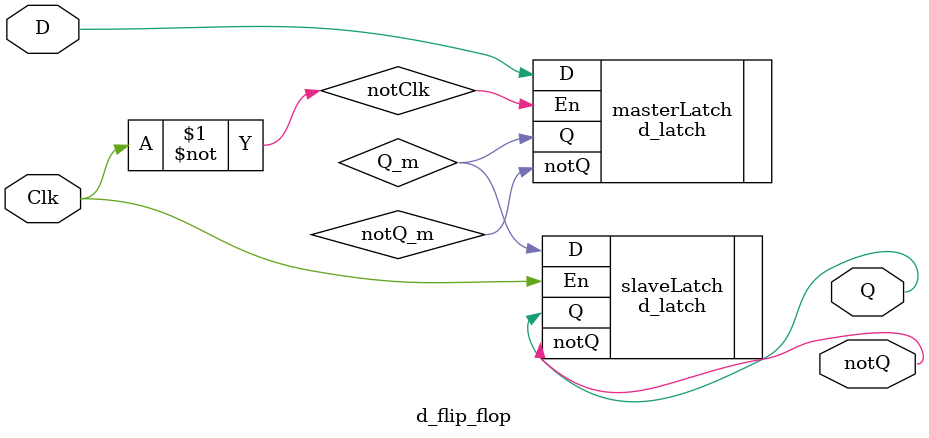
<source format=v>
`timescale 1ns / 1ps

module d_flip_flop(Q, notQ, Clk, D);
    output wire Q, notQ;        //output nets
    input wire Clk, D;          //input nets
    
    wire notClk, Q_m, notQ_m;           //Internal nets
    
    not #2 not1(notClk, Clk);
    
    d_latch masterLatch(.Q(Q_m), .notQ(notQ_m), .D(D), .En(notClk));
    d_latch slaveLatch(.Q(Q), .notQ(notQ), .D(Q_m), .En(Clk));
    
    
endmodule

</source>
